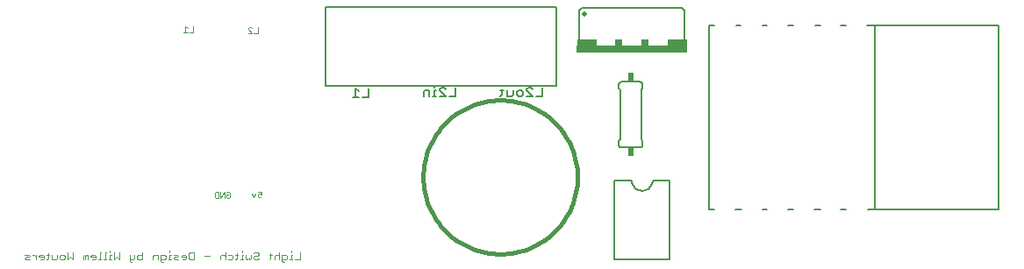
<source format=gbo>
G75*
G70*
%OFA0B0*%
%FSLAX24Y24*%
%IPPOS*%
%LPD*%
%AMOC8*
5,1,8,0,0,1.08239X$1,22.5*
%
%ADD10C,0.0030*%
%ADD11C,0.0160*%
%ADD12C,0.0070*%
%ADD13C,0.0050*%
%ADD14C,0.0060*%
%ADD15C,0.0200*%
%ADD16R,0.4200X0.0250*%
%ADD17R,0.0750X0.0250*%
%ADD18R,0.0300X0.0250*%
%ADD19R,0.0240X0.0340*%
%ADD20C,0.0020*%
D10*
X000892Y001351D02*
X000941Y001303D01*
X001086Y001303D01*
X001038Y001400D02*
X001086Y001448D01*
X001038Y001496D01*
X000892Y001496D01*
X000941Y001400D02*
X001038Y001400D01*
X000941Y001400D02*
X000892Y001351D01*
X001186Y001496D02*
X001235Y001496D01*
X001331Y001400D01*
X001331Y001496D02*
X001331Y001303D01*
X001433Y001400D02*
X001626Y001400D01*
X001626Y001448D02*
X001578Y001496D01*
X001481Y001496D01*
X001433Y001448D01*
X001433Y001400D01*
X001481Y001303D02*
X001578Y001303D01*
X001626Y001351D01*
X001626Y001448D01*
X001726Y001496D02*
X001823Y001496D01*
X001774Y001545D02*
X001774Y001351D01*
X001726Y001303D01*
X001924Y001303D02*
X001924Y001496D01*
X001924Y001303D02*
X002069Y001303D01*
X002117Y001351D01*
X002117Y001496D01*
X002218Y001448D02*
X002267Y001496D01*
X002364Y001496D01*
X002412Y001448D01*
X002412Y001351D01*
X002364Y001303D01*
X002267Y001303D01*
X002218Y001351D01*
X002218Y001448D01*
X002513Y001303D02*
X002513Y001593D01*
X002707Y001593D02*
X002707Y001303D01*
X002610Y001400D01*
X002513Y001303D01*
X003102Y001303D02*
X003102Y001448D01*
X003151Y001496D01*
X003199Y001448D01*
X003199Y001303D01*
X003296Y001303D02*
X003296Y001496D01*
X003247Y001496D01*
X003199Y001448D01*
X003397Y001448D02*
X003397Y001400D01*
X003590Y001400D01*
X003590Y001448D02*
X003542Y001496D01*
X003445Y001496D01*
X003397Y001448D01*
X003445Y001303D02*
X003542Y001303D01*
X003590Y001351D01*
X003590Y001448D01*
X003690Y001303D02*
X003787Y001303D01*
X003739Y001303D02*
X003739Y001593D01*
X003787Y001593D01*
X003935Y001593D02*
X003935Y001303D01*
X003983Y001303D02*
X003887Y001303D01*
X004083Y001303D02*
X004180Y001303D01*
X004131Y001303D02*
X004131Y001496D01*
X004180Y001496D01*
X004131Y001593D02*
X004131Y001641D01*
X003983Y001593D02*
X003935Y001593D01*
X004281Y001593D02*
X004281Y001303D01*
X004378Y001400D01*
X004474Y001303D01*
X004474Y001593D01*
X004870Y001496D02*
X004870Y001254D01*
X004919Y001206D01*
X004967Y001206D01*
X005015Y001303D02*
X004870Y001303D01*
X005015Y001303D02*
X005064Y001351D01*
X005064Y001496D01*
X005165Y001448D02*
X005213Y001496D01*
X005358Y001496D01*
X005358Y001593D02*
X005358Y001303D01*
X005213Y001303D01*
X005165Y001351D01*
X005165Y001448D01*
X005754Y001448D02*
X005754Y001303D01*
X005754Y001448D02*
X005803Y001496D01*
X005948Y001496D01*
X005948Y001303D01*
X006049Y001303D02*
X006194Y001303D01*
X006242Y001351D01*
X006242Y001448D01*
X006194Y001496D01*
X006049Y001496D01*
X006049Y001254D01*
X006097Y001206D01*
X006146Y001206D01*
X006342Y001303D02*
X006439Y001303D01*
X006390Y001303D02*
X006390Y001496D01*
X006439Y001496D01*
X006540Y001496D02*
X006685Y001496D01*
X006733Y001448D01*
X006685Y001400D01*
X006588Y001400D01*
X006540Y001351D01*
X006588Y001303D01*
X006733Y001303D01*
X006835Y001400D02*
X007028Y001400D01*
X007028Y001448D02*
X006980Y001496D01*
X006883Y001496D01*
X006835Y001448D01*
X006835Y001400D01*
X006883Y001303D02*
X006980Y001303D01*
X007028Y001351D01*
X007028Y001448D01*
X007129Y001351D02*
X007129Y001545D01*
X007178Y001593D01*
X007323Y001593D01*
X007323Y001303D01*
X007178Y001303D01*
X007129Y001351D01*
X007719Y001448D02*
X007912Y001448D01*
X008308Y001448D02*
X008308Y001303D01*
X008308Y001448D02*
X008356Y001496D01*
X008453Y001496D01*
X008501Y001448D01*
X008603Y001496D02*
X008748Y001496D01*
X008796Y001448D01*
X008796Y001351D01*
X008748Y001303D01*
X008603Y001303D01*
X008501Y001303D02*
X008501Y001593D01*
X008896Y001496D02*
X008992Y001496D01*
X008944Y001545D02*
X008944Y001351D01*
X008896Y001303D01*
X009092Y001303D02*
X009189Y001303D01*
X009141Y001303D02*
X009141Y001496D01*
X009189Y001496D01*
X009290Y001496D02*
X009290Y001351D01*
X009338Y001303D01*
X009387Y001351D01*
X009435Y001303D01*
X009484Y001351D01*
X009484Y001496D01*
X009585Y001545D02*
X009633Y001593D01*
X009730Y001593D01*
X009778Y001545D01*
X009778Y001496D01*
X009730Y001448D01*
X009633Y001448D01*
X009585Y001400D01*
X009585Y001351D01*
X009633Y001303D01*
X009730Y001303D01*
X009778Y001351D01*
X010173Y001303D02*
X010221Y001351D01*
X010221Y001545D01*
X010269Y001496D02*
X010173Y001496D01*
X010370Y001448D02*
X010370Y001303D01*
X010370Y001448D02*
X010419Y001496D01*
X010516Y001496D01*
X010564Y001448D01*
X010665Y001496D02*
X010810Y001496D01*
X010859Y001448D01*
X010859Y001351D01*
X010810Y001303D01*
X010665Y001303D01*
X010665Y001254D02*
X010665Y001496D01*
X010564Y001593D02*
X010564Y001303D01*
X010665Y001254D02*
X010713Y001206D01*
X010762Y001206D01*
X010958Y001303D02*
X011055Y001303D01*
X011007Y001303D02*
X011007Y001496D01*
X011055Y001496D01*
X011007Y001593D02*
X011007Y001641D01*
X011350Y001593D02*
X011350Y001303D01*
X011156Y001303D01*
X009141Y001593D02*
X009141Y001641D01*
X006390Y001641D02*
X006390Y001593D01*
D11*
X016028Y004448D02*
X016032Y004592D01*
X016042Y004735D01*
X016060Y004878D01*
X016084Y005019D01*
X016116Y005159D01*
X016154Y005298D01*
X016199Y005434D01*
X016251Y005568D01*
X016309Y005700D01*
X016374Y005828D01*
X016445Y005953D01*
X016521Y006075D01*
X016604Y006192D01*
X016693Y006306D01*
X016786Y006414D01*
X016886Y006518D01*
X016990Y006618D01*
X017098Y006711D01*
X017212Y006800D01*
X017329Y006883D01*
X017451Y006959D01*
X017576Y007030D01*
X017704Y007095D01*
X017836Y007153D01*
X017970Y007205D01*
X018106Y007250D01*
X018245Y007288D01*
X018385Y007320D01*
X018526Y007344D01*
X018669Y007362D01*
X018812Y007372D01*
X018956Y007376D01*
X019100Y007372D01*
X019243Y007362D01*
X019386Y007344D01*
X019527Y007320D01*
X019667Y007288D01*
X019806Y007250D01*
X019942Y007205D01*
X020076Y007153D01*
X020208Y007095D01*
X020336Y007030D01*
X020461Y006959D01*
X020583Y006883D01*
X020700Y006800D01*
X020814Y006711D01*
X020922Y006618D01*
X021026Y006518D01*
X021126Y006414D01*
X021219Y006306D01*
X021308Y006192D01*
X021391Y006075D01*
X021467Y005953D01*
X021538Y005828D01*
X021603Y005700D01*
X021661Y005568D01*
X021713Y005434D01*
X021758Y005298D01*
X021796Y005159D01*
X021828Y005019D01*
X021852Y004878D01*
X021870Y004735D01*
X021880Y004592D01*
X021884Y004448D01*
X021880Y004304D01*
X021870Y004161D01*
X021852Y004018D01*
X021828Y003877D01*
X021796Y003737D01*
X021758Y003598D01*
X021713Y003462D01*
X021661Y003328D01*
X021603Y003196D01*
X021538Y003068D01*
X021467Y002943D01*
X021391Y002821D01*
X021308Y002704D01*
X021219Y002590D01*
X021126Y002482D01*
X021026Y002378D01*
X020922Y002278D01*
X020814Y002185D01*
X020700Y002096D01*
X020583Y002013D01*
X020461Y001937D01*
X020336Y001866D01*
X020208Y001801D01*
X020076Y001743D01*
X019942Y001691D01*
X019806Y001646D01*
X019667Y001608D01*
X019527Y001576D01*
X019386Y001552D01*
X019243Y001534D01*
X019100Y001524D01*
X018956Y001520D01*
X018812Y001524D01*
X018669Y001534D01*
X018526Y001552D01*
X018385Y001576D01*
X018245Y001608D01*
X018106Y001646D01*
X017970Y001691D01*
X017836Y001743D01*
X017704Y001801D01*
X017576Y001866D01*
X017451Y001937D01*
X017329Y002013D01*
X017212Y002096D01*
X017098Y002185D01*
X016990Y002278D01*
X016886Y002378D01*
X016786Y002482D01*
X016693Y002590D01*
X016604Y002704D01*
X016521Y002821D01*
X016445Y002943D01*
X016374Y003068D01*
X016309Y003196D01*
X016251Y003328D01*
X016199Y003462D01*
X016154Y003598D01*
X016116Y003737D01*
X016084Y003877D01*
X016060Y004018D01*
X016042Y004161D01*
X016032Y004304D01*
X016028Y004448D01*
D12*
X016039Y007513D02*
X016039Y007678D01*
X016094Y007733D01*
X016259Y007733D01*
X016259Y007513D01*
X016395Y007513D02*
X016505Y007513D01*
X016450Y007513D02*
X016450Y007733D01*
X016505Y007733D01*
X016450Y007843D02*
X016450Y007898D01*
X016653Y007788D02*
X016708Y007843D01*
X016818Y007843D01*
X016873Y007788D01*
X016653Y007788D02*
X016653Y007733D01*
X016873Y007513D01*
X016653Y007513D01*
X017021Y007513D02*
X017241Y007513D01*
X017241Y007843D01*
X018958Y007733D02*
X019068Y007733D01*
X019013Y007788D02*
X019013Y007568D01*
X018958Y007513D01*
X019216Y007513D02*
X019216Y007733D01*
X019436Y007733D02*
X019436Y007568D01*
X019381Y007513D01*
X019216Y007513D01*
X019584Y007568D02*
X019584Y007678D01*
X019640Y007733D01*
X019750Y007733D01*
X019805Y007678D01*
X019805Y007568D01*
X019750Y007513D01*
X019640Y007513D01*
X019584Y007568D01*
X019953Y007513D02*
X020173Y007513D01*
X019953Y007733D01*
X019953Y007788D01*
X020008Y007843D01*
X020118Y007843D01*
X020173Y007788D01*
X020541Y007843D02*
X020541Y007513D01*
X020321Y007513D01*
X013941Y007483D02*
X013721Y007483D01*
X013573Y007483D02*
X013353Y007483D01*
X013463Y007483D02*
X013463Y007813D01*
X013573Y007703D01*
X013941Y007813D02*
X013941Y007483D01*
D13*
X012326Y007928D02*
X021076Y007928D01*
X021076Y010928D01*
X012326Y010928D01*
X012326Y007928D01*
X026894Y010215D02*
X026894Y003221D01*
X027091Y003221D01*
X026894Y003221D02*
X026894Y003215D01*
X027879Y003221D02*
X028115Y003221D01*
X028902Y003221D02*
X029099Y003221D01*
X029886Y003221D02*
X030083Y003221D01*
X030871Y003221D02*
X031107Y003221D01*
X031894Y003221D02*
X032091Y003221D01*
X032918Y003221D02*
X033193Y003221D01*
X033194Y003215D02*
X037894Y003215D01*
X037894Y010215D01*
X033194Y010215D01*
X033194Y003215D01*
X033233Y010229D02*
X032879Y010229D01*
X032091Y010229D02*
X031894Y010229D01*
X031107Y010229D02*
X030910Y010229D01*
X030083Y010229D02*
X029886Y010229D01*
X029099Y010229D02*
X028902Y010229D01*
X028075Y010229D02*
X027918Y010229D01*
X027091Y010229D02*
X026894Y010229D01*
D14*
X025966Y010788D02*
X025866Y010888D01*
X022066Y010888D01*
X021966Y010788D01*
X021966Y009638D01*
X025966Y009638D02*
X025966Y010788D01*
X024256Y008068D02*
X023556Y008068D01*
X023539Y008066D01*
X023522Y008062D01*
X023506Y008055D01*
X023492Y008045D01*
X023479Y008032D01*
X023469Y008018D01*
X023462Y008002D01*
X023458Y007985D01*
X023456Y007968D01*
X023456Y007818D01*
X023506Y007768D01*
X023506Y005868D01*
X023456Y005818D01*
X023456Y005668D01*
X023458Y005651D01*
X023462Y005634D01*
X023469Y005618D01*
X023479Y005604D01*
X023492Y005591D01*
X023506Y005581D01*
X023522Y005574D01*
X023539Y005570D01*
X023556Y005568D01*
X024256Y005568D01*
X024273Y005570D01*
X024290Y005574D01*
X024306Y005581D01*
X024320Y005591D01*
X024333Y005604D01*
X024343Y005618D01*
X024350Y005634D01*
X024354Y005651D01*
X024356Y005668D01*
X024356Y005818D01*
X024306Y005868D01*
X024306Y007768D01*
X024356Y007818D01*
X024356Y007968D01*
X024354Y007985D01*
X024350Y008002D01*
X024343Y008018D01*
X024333Y008032D01*
X024320Y008045D01*
X024306Y008055D01*
X024290Y008062D01*
X024273Y008066D01*
X024256Y008068D01*
X023947Y004324D02*
X023949Y004285D01*
X023955Y004246D01*
X023964Y004208D01*
X023977Y004171D01*
X023994Y004135D01*
X024014Y004102D01*
X024038Y004070D01*
X024064Y004041D01*
X024093Y004015D01*
X024125Y003991D01*
X024158Y003971D01*
X024194Y003954D01*
X024231Y003941D01*
X024269Y003932D01*
X024308Y003926D01*
X024347Y003924D01*
X024386Y003926D01*
X024425Y003932D01*
X024463Y003941D01*
X024500Y003954D01*
X024536Y003971D01*
X024569Y003991D01*
X024601Y004015D01*
X024630Y004041D01*
X024656Y004070D01*
X024680Y004102D01*
X024700Y004135D01*
X024717Y004171D01*
X024730Y004208D01*
X024739Y004246D01*
X024745Y004285D01*
X024747Y004324D01*
X025397Y004324D01*
X025397Y001324D01*
X023297Y001324D01*
X023297Y004324D01*
X023947Y004324D01*
D15*
X022146Y010648D03*
D16*
X023966Y009313D03*
D17*
X025691Y009563D03*
X022241Y009563D03*
D18*
X023466Y009563D03*
X024466Y009563D03*
D19*
X023906Y008238D03*
X023906Y005398D03*
D20*
X009888Y003888D02*
X009888Y003778D01*
X009815Y003815D01*
X009778Y003815D01*
X009741Y003778D01*
X009741Y003705D01*
X009778Y003668D01*
X009852Y003668D01*
X009888Y003705D01*
X009888Y003888D02*
X009741Y003888D01*
X009667Y003815D02*
X009594Y003668D01*
X009520Y003815D01*
X008696Y003839D02*
X008696Y003693D01*
X008659Y003656D01*
X008586Y003656D01*
X008549Y003693D01*
X008549Y003766D01*
X008622Y003766D01*
X008549Y003839D02*
X008586Y003876D01*
X008659Y003876D01*
X008696Y003839D01*
X008475Y003876D02*
X008328Y003656D01*
X008328Y003876D01*
X008254Y003876D02*
X008144Y003876D01*
X008107Y003839D01*
X008107Y003693D01*
X008144Y003656D01*
X008254Y003656D01*
X008254Y003876D01*
X008475Y003876D02*
X008475Y003656D01*
X009377Y009918D02*
X009524Y009918D01*
X009377Y010065D01*
X009377Y010101D01*
X009413Y010138D01*
X009487Y010138D01*
X009524Y010101D01*
X009745Y010138D02*
X009745Y009918D01*
X009598Y009918D01*
X007294Y009955D02*
X007147Y009955D01*
X007073Y009955D02*
X006926Y009955D01*
X006999Y009955D02*
X006999Y010175D01*
X007073Y010102D01*
X007294Y010175D02*
X007294Y009955D01*
M02*

</source>
